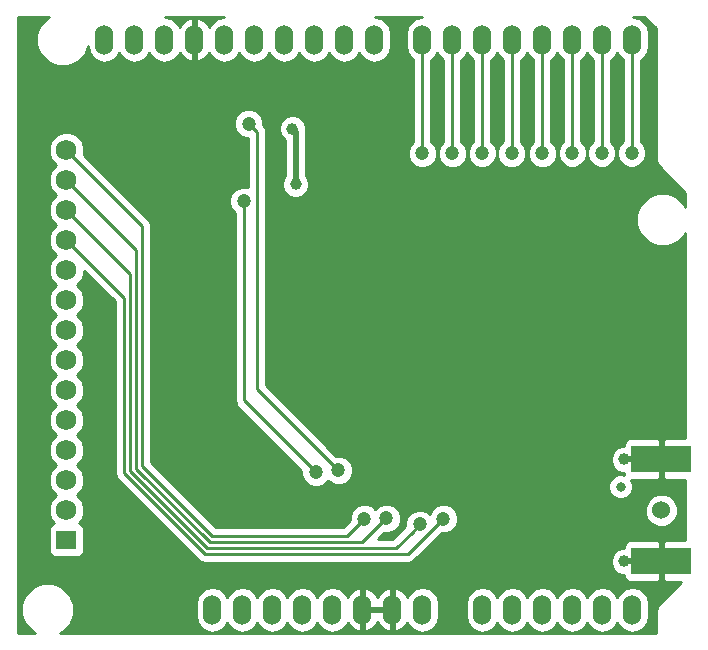
<source format=gbl>
%TF.GenerationSoftware,KiCad,Pcbnew,4.0.6-e0-6349~53~ubuntu16.04.1*%
%TF.CreationDate,2017-06-06T11:27:21+01:00*%
%TF.ProjectId,RN2483shield,524E32343833736869656C642E6B6963,rev?*%
%TF.FileFunction,Copper,L2,Bot,Signal*%
%FSLAX46Y46*%
G04 Gerber Fmt 4.6, Leading zero omitted, Abs format (unit mm)*
G04 Created by KiCad (PCBNEW 4.0.6-e0-6349~53~ubuntu16.04.1) date Tue Jun  6 11:27:21 2017*
%MOMM*%
%LPD*%
G01*
G04 APERTURE LIST*
%ADD10C,0.100000*%
%ADD11C,0.500000*%
%ADD12R,1.750000X1.650000*%
%ADD13C,1.750000*%
%ADD14O,1.524000X2.540000*%
%ADD15C,1.000000*%
%ADD16R,5.080000X2.286000*%
%ADD17C,1.524000*%
%ADD18C,0.800000*%
%ADD19C,1.200000*%
%ADD20C,0.250000*%
%ADD21C,0.254000*%
G04 APERTURE END LIST*
D10*
D11*
X211285000Y-89682000D02*
X212555000Y-89682000D01*
X211285000Y-98318000D02*
X212555000Y-98318000D01*
D12*
X164084000Y-96520000D03*
D13*
X164084000Y-93980000D03*
X164084000Y-91440000D03*
X164084000Y-88900000D03*
X164084000Y-86360000D03*
X164084000Y-83820000D03*
X164084000Y-81280000D03*
X164084000Y-78740000D03*
X164084000Y-76200000D03*
X164084000Y-73660000D03*
X164084000Y-71120000D03*
X164084000Y-68580000D03*
X164084000Y-66040000D03*
X164084000Y-63500000D03*
D14*
X212000000Y-102410000D03*
X209460000Y-102410000D03*
X206920000Y-102410000D03*
X199300000Y-102410000D03*
X201840000Y-102410000D03*
X204380000Y-102410000D03*
X194220000Y-102410000D03*
X191680000Y-102410000D03*
X189140000Y-102410000D03*
X184060000Y-102410000D03*
X181520000Y-102410000D03*
X212000000Y-54150000D03*
X209460000Y-54150000D03*
X206920000Y-54150000D03*
X204380000Y-54150000D03*
X201840000Y-54150000D03*
X199300000Y-54150000D03*
X196760000Y-54150000D03*
X194220000Y-54150000D03*
X190156000Y-54150000D03*
X187616000Y-54150000D03*
X185076000Y-54150000D03*
X182536000Y-54150000D03*
X179996000Y-54150000D03*
X177456000Y-54150000D03*
X174916000Y-54150000D03*
X172376000Y-54150000D03*
X186600000Y-102410000D03*
X169836000Y-54150000D03*
X167296000Y-54150000D03*
X178980000Y-102410000D03*
X176440000Y-102410000D03*
D15*
X211285000Y-89682000D03*
D16*
X214460000Y-98318000D03*
X214460000Y-89682000D03*
D15*
X211285000Y-98318000D03*
D17*
X214460000Y-94000000D03*
D18*
X211000000Y-92000000D03*
D15*
X174586900Y-80886300D03*
X174650400Y-74422000D03*
X184327800Y-80733900D03*
X209000000Y-99000000D03*
X207000000Y-99000000D03*
X205000000Y-99000000D03*
X205000000Y-97000000D03*
X207000000Y-97000000D03*
X209000000Y-97000000D03*
X209000000Y-95000000D03*
X207000000Y-95000000D03*
X205000000Y-95000000D03*
X205000000Y-93000000D03*
X207000000Y-93000000D03*
X207000000Y-91000000D03*
X207000000Y-87000000D03*
X207000000Y-89000000D03*
X205000000Y-89000000D03*
X205000000Y-91000000D03*
X203000000Y-91000000D03*
X201000000Y-91000000D03*
X201000000Y-89000000D03*
X203000000Y-89000000D03*
X203000000Y-87000000D03*
X201000000Y-87000000D03*
X201000000Y-85000000D03*
X203000000Y-85000000D03*
X203000000Y-83000000D03*
X201000000Y-83000000D03*
X201000000Y-81000000D03*
X203000000Y-81000000D03*
X203000000Y-79000000D03*
X201000000Y-79000000D03*
X201000000Y-77000000D03*
X203000000Y-77000000D03*
X205000000Y-77000000D03*
X207000000Y-77000000D03*
X209000000Y-77000000D03*
X215000000Y-77000000D03*
X211000000Y-77000000D03*
X213000000Y-77000000D03*
X215000000Y-79000000D03*
X213000000Y-79000000D03*
X213000000Y-81000000D03*
X215000000Y-81000000D03*
X215000000Y-83000000D03*
X213000000Y-83000000D03*
X213000000Y-85000000D03*
X215000000Y-85000000D03*
X215000000Y-87000000D03*
X213000000Y-87000000D03*
X211000000Y-87000000D03*
X211000000Y-85000000D03*
X211000000Y-83000000D03*
X211000000Y-81000000D03*
X211000000Y-79000000D03*
X209000000Y-79000000D03*
X209000000Y-81000000D03*
X209000000Y-83000000D03*
X207000000Y-83000000D03*
X207000000Y-81000000D03*
X207100000Y-79000000D03*
X190700000Y-89900000D03*
X176500000Y-90600000D03*
D19*
X196000000Y-94700000D03*
X194000000Y-95200000D03*
X191155155Y-94680208D03*
X189300000Y-94700000D03*
X194200000Y-63775000D03*
X196750000Y-63775000D03*
X199275000Y-63775000D03*
X201775000Y-63775000D03*
X204375000Y-63775000D03*
X206900000Y-63750000D03*
X209400000Y-63750000D03*
X211925000Y-63750000D03*
D15*
X183200000Y-61700000D03*
X183500000Y-66400000D03*
D19*
X179500000Y-61254517D03*
X187100000Y-90600000D03*
X179100000Y-67827093D03*
X185200000Y-90800000D03*
D11*
X174650400Y-74422000D02*
X174650400Y-80822800D01*
X174650400Y-80822800D02*
X174586900Y-80886300D01*
X184327800Y-80733900D02*
X184696100Y-80365600D01*
X184696100Y-80365600D02*
X184797700Y-80365600D01*
X207000000Y-99000000D02*
X209000000Y-99000000D01*
X207000000Y-97000000D02*
X205000000Y-97000000D01*
X207000000Y-95000000D02*
X209000000Y-95000000D01*
X205000000Y-93000000D02*
X205000000Y-95000000D01*
X207000000Y-91000000D02*
X207000000Y-93000000D01*
X207000000Y-89000000D02*
X207000000Y-87000000D01*
X205000000Y-91000000D02*
X205000000Y-89000000D01*
X201000000Y-91000000D02*
X203000000Y-91000000D01*
X203000000Y-89000000D02*
X201000000Y-89000000D01*
X201000000Y-87000000D02*
X203000000Y-87000000D01*
X203000000Y-85000000D02*
X201000000Y-85000000D01*
X201000000Y-83000000D02*
X203000000Y-83000000D01*
X203000000Y-81000000D02*
X201000000Y-81000000D01*
X201000000Y-79000000D02*
X203000000Y-79000000D01*
X203000000Y-77000000D02*
X201000000Y-77000000D01*
X207000000Y-77000000D02*
X205000000Y-77000000D01*
X211000000Y-77000000D02*
X209000000Y-77000000D01*
X211000000Y-77000000D02*
X215000000Y-77000000D01*
X215000000Y-77000000D02*
X213000000Y-77000000D01*
X215000000Y-79000000D02*
X215000000Y-77000000D01*
X213000000Y-81000000D02*
X213000000Y-79000000D01*
X215000000Y-83000000D02*
X215000000Y-81000000D01*
X213000000Y-85000000D02*
X213000000Y-83000000D01*
X215000000Y-87000000D02*
X215000000Y-85000000D01*
X211000000Y-87000000D02*
X213000000Y-87000000D01*
X211000000Y-83000000D02*
X211000000Y-85000000D01*
X211000000Y-79000000D02*
X211000000Y-81000000D01*
X209000000Y-81000000D02*
X209000000Y-79000000D01*
X207000000Y-83000000D02*
X209000000Y-83000000D01*
X207100000Y-79000000D02*
X207100000Y-80900000D01*
X207100000Y-80900000D02*
X207000000Y-81000000D01*
X176500000Y-90600000D02*
X176600000Y-90700000D01*
X176600000Y-90700000D02*
X177000000Y-90700000D01*
D20*
X195400001Y-95299999D02*
X196000000Y-94700000D01*
X188425590Y-97712747D02*
X188432001Y-97706336D01*
X175792125Y-97712747D02*
X188425590Y-97712747D01*
X168960317Y-90880939D02*
X175792125Y-97712747D01*
X168960317Y-75996317D02*
X168960317Y-90880939D01*
X164084000Y-71120000D02*
X168960317Y-75996317D01*
X192993664Y-97706336D02*
X195400001Y-95299999D01*
X188432001Y-97706336D02*
X192993664Y-97706336D01*
X193400001Y-95799999D02*
X194000000Y-95200000D01*
X188216822Y-97208736D02*
X188223233Y-97202325D01*
X169464328Y-90672171D02*
X176000893Y-97208736D01*
X188223233Y-97202325D02*
X191997675Y-97202325D01*
X191997675Y-97202325D02*
X193400001Y-95799999D01*
X164084000Y-68580000D02*
X169464328Y-73960328D01*
X176000893Y-97208736D02*
X188216822Y-97208736D01*
X169464328Y-73960328D02*
X169464328Y-90672171D01*
X190555156Y-95280207D02*
X191155155Y-94680208D01*
X188014465Y-96698314D02*
X189137049Y-96698314D01*
X188008054Y-96704725D02*
X188014465Y-96698314D01*
X176209661Y-96704725D02*
X188008054Y-96704725D01*
X169968339Y-90463403D02*
X176209661Y-96704725D01*
X169968339Y-71924339D02*
X169968339Y-90463403D01*
X164084000Y-66040000D02*
X169968339Y-71924339D01*
X189137049Y-96698314D02*
X190555156Y-95280207D01*
X176418429Y-96200714D02*
X187799286Y-96200714D01*
X164084000Y-63500000D02*
X170472350Y-69888350D01*
X170472350Y-69888350D02*
X170472350Y-90254635D01*
X170472350Y-90254635D02*
X176418429Y-96200714D01*
X187799286Y-96200714D02*
X189300000Y-94700000D01*
X194200000Y-63775000D02*
X194200000Y-54170000D01*
X194200000Y-54170000D02*
X194220000Y-54150000D01*
X196750000Y-63775000D02*
X196760000Y-63765000D01*
X196760000Y-63765000D02*
X196760000Y-54150000D01*
X199275000Y-63775000D02*
X199300000Y-63750000D01*
X199300000Y-63750000D02*
X199300000Y-54150000D01*
X201840000Y-63710000D02*
X201840000Y-54150000D01*
X201775000Y-63775000D02*
X201840000Y-63710000D01*
X204375000Y-63775000D02*
X204375000Y-54155000D01*
X204375000Y-54155000D02*
X204380000Y-54150000D01*
X206900000Y-63750000D02*
X206900000Y-54170000D01*
X206900000Y-54170000D02*
X206920000Y-54150000D01*
X209460000Y-63690000D02*
X209460000Y-54150000D01*
X209400000Y-63750000D02*
X209460000Y-63690000D01*
X211925000Y-63750000D02*
X211925000Y-54225000D01*
X211925000Y-54225000D02*
X212000000Y-54150000D01*
D11*
X183500000Y-66400000D02*
X183500000Y-62000000D01*
X183500000Y-62000000D02*
X183200000Y-61700000D01*
D20*
X180099999Y-61854516D02*
X179500000Y-61254517D01*
X180243800Y-83743800D02*
X180243800Y-61998317D01*
X180243800Y-61998317D02*
X180099999Y-61854516D01*
X187100000Y-90600000D02*
X180243800Y-83743800D01*
X179100000Y-68675621D02*
X179100000Y-67827093D01*
X179100000Y-84700000D02*
X179100000Y-68675621D01*
X185200000Y-90800000D02*
X179100000Y-84700000D01*
D21*
G36*
X162482700Y-52264758D02*
X161856955Y-52889411D01*
X161517887Y-53705978D01*
X161517115Y-54590143D01*
X161854758Y-55407300D01*
X162479411Y-56033045D01*
X163295978Y-56372113D01*
X164180143Y-56372885D01*
X164997300Y-56035242D01*
X165623045Y-55410589D01*
X165905818Y-54729596D01*
X166005340Y-55229930D01*
X166308172Y-55683149D01*
X166761391Y-55985981D01*
X167296000Y-56092321D01*
X167830609Y-55985981D01*
X168283828Y-55683149D01*
X168566000Y-55260850D01*
X168848172Y-55683149D01*
X169301391Y-55985981D01*
X169836000Y-56092321D01*
X170370609Y-55985981D01*
X170823828Y-55683149D01*
X171106000Y-55260850D01*
X171388172Y-55683149D01*
X171841391Y-55985981D01*
X172376000Y-56092321D01*
X172910609Y-55985981D01*
X173363828Y-55683149D01*
X173655330Y-55246887D01*
X173673941Y-55309941D01*
X174017974Y-55735630D01*
X174498723Y-55997260D01*
X174572930Y-56012220D01*
X174789000Y-55889720D01*
X174789000Y-54277000D01*
X174769000Y-54277000D01*
X174769000Y-54023000D01*
X174789000Y-54023000D01*
X174789000Y-52410280D01*
X174572930Y-52287780D01*
X174498723Y-52302740D01*
X174017974Y-52564370D01*
X173673941Y-52990059D01*
X173655330Y-53053113D01*
X173363828Y-52616851D01*
X172910609Y-52314019D01*
X172387668Y-52210000D01*
X177444332Y-52210000D01*
X176921391Y-52314019D01*
X176468172Y-52616851D01*
X176176670Y-53053113D01*
X176158059Y-52990059D01*
X175814026Y-52564370D01*
X175333277Y-52302740D01*
X175259070Y-52287780D01*
X175043000Y-52410280D01*
X175043000Y-54023000D01*
X175063000Y-54023000D01*
X175063000Y-54277000D01*
X175043000Y-54277000D01*
X175043000Y-55889720D01*
X175259070Y-56012220D01*
X175333277Y-55997260D01*
X175814026Y-55735630D01*
X176158059Y-55309941D01*
X176176670Y-55246887D01*
X176468172Y-55683149D01*
X176921391Y-55985981D01*
X177456000Y-56092321D01*
X177990609Y-55985981D01*
X178443828Y-55683149D01*
X178726000Y-55260850D01*
X179008172Y-55683149D01*
X179461391Y-55985981D01*
X179996000Y-56092321D01*
X180530609Y-55985981D01*
X180983828Y-55683149D01*
X181266000Y-55260850D01*
X181548172Y-55683149D01*
X182001391Y-55985981D01*
X182536000Y-56092321D01*
X183070609Y-55985981D01*
X183523828Y-55683149D01*
X183806000Y-55260850D01*
X184088172Y-55683149D01*
X184541391Y-55985981D01*
X185076000Y-56092321D01*
X185610609Y-55985981D01*
X186063828Y-55683149D01*
X186346000Y-55260850D01*
X186628172Y-55683149D01*
X187081391Y-55985981D01*
X187616000Y-56092321D01*
X188150609Y-55985981D01*
X188603828Y-55683149D01*
X188886000Y-55260850D01*
X189168172Y-55683149D01*
X189621391Y-55985981D01*
X190156000Y-56092321D01*
X190690609Y-55985981D01*
X191143828Y-55683149D01*
X191446660Y-55229930D01*
X191553000Y-54695321D01*
X191553000Y-53604679D01*
X191446660Y-53070070D01*
X191143828Y-52616851D01*
X190690609Y-52314019D01*
X190167668Y-52210000D01*
X194208332Y-52210000D01*
X193685391Y-52314019D01*
X193232172Y-52616851D01*
X192929340Y-53070070D01*
X192823000Y-53604679D01*
X192823000Y-54695321D01*
X192929340Y-55229930D01*
X193232172Y-55683149D01*
X193440000Y-55822016D01*
X193440000Y-62788644D01*
X193153629Y-63074515D01*
X192965215Y-63528266D01*
X192964786Y-64019579D01*
X193152408Y-64473657D01*
X193499515Y-64821371D01*
X193953266Y-65009785D01*
X194444579Y-65010214D01*
X194898657Y-64822592D01*
X195246371Y-64475485D01*
X195434785Y-64021734D01*
X195435214Y-63530421D01*
X195247592Y-63076343D01*
X194960000Y-62788248D01*
X194960000Y-55848743D01*
X195207828Y-55683149D01*
X195490000Y-55260850D01*
X195772172Y-55683149D01*
X196000000Y-55835379D01*
X196000000Y-62778661D01*
X195703629Y-63074515D01*
X195515215Y-63528266D01*
X195514786Y-64019579D01*
X195702408Y-64473657D01*
X196049515Y-64821371D01*
X196503266Y-65009785D01*
X196994579Y-65010214D01*
X197448657Y-64822592D01*
X197796371Y-64475485D01*
X197984785Y-64021734D01*
X197985214Y-63530421D01*
X197797592Y-63076343D01*
X197520000Y-62798266D01*
X197520000Y-55835379D01*
X197747828Y-55683149D01*
X198030000Y-55260850D01*
X198312172Y-55683149D01*
X198540000Y-55835379D01*
X198540000Y-62763688D01*
X198228629Y-63074515D01*
X198040215Y-63528266D01*
X198039786Y-64019579D01*
X198227408Y-64473657D01*
X198574515Y-64821371D01*
X199028266Y-65009785D01*
X199519579Y-65010214D01*
X199973657Y-64822592D01*
X200321371Y-64475485D01*
X200509785Y-64021734D01*
X200510214Y-63530421D01*
X200322592Y-63076343D01*
X200060000Y-62813292D01*
X200060000Y-55835379D01*
X200287828Y-55683149D01*
X200570000Y-55260850D01*
X200852172Y-55683149D01*
X201080000Y-55835379D01*
X201080000Y-62725897D01*
X201076343Y-62727408D01*
X200728629Y-63074515D01*
X200540215Y-63528266D01*
X200539786Y-64019579D01*
X200727408Y-64473657D01*
X201074515Y-64821371D01*
X201528266Y-65009785D01*
X202019579Y-65010214D01*
X202473657Y-64822592D01*
X202821371Y-64475485D01*
X203009785Y-64021734D01*
X203010214Y-63530421D01*
X202822592Y-63076343D01*
X202600000Y-62853362D01*
X202600000Y-55835379D01*
X202827828Y-55683149D01*
X203110000Y-55260850D01*
X203392172Y-55683149D01*
X203615000Y-55832038D01*
X203615000Y-62788644D01*
X203328629Y-63074515D01*
X203140215Y-63528266D01*
X203139786Y-64019579D01*
X203327408Y-64473657D01*
X203674515Y-64821371D01*
X204128266Y-65009785D01*
X204619579Y-65010214D01*
X205073657Y-64822592D01*
X205421371Y-64475485D01*
X205609785Y-64021734D01*
X205610214Y-63530421D01*
X205422592Y-63076343D01*
X205135000Y-62788248D01*
X205135000Y-55838720D01*
X205367828Y-55683149D01*
X205650000Y-55260850D01*
X205932172Y-55683149D01*
X206140000Y-55822016D01*
X206140000Y-62763644D01*
X205853629Y-63049515D01*
X205665215Y-63503266D01*
X205664786Y-63994579D01*
X205852408Y-64448657D01*
X206199515Y-64796371D01*
X206653266Y-64984785D01*
X207144579Y-64985214D01*
X207598657Y-64797592D01*
X207946371Y-64450485D01*
X208134785Y-63996734D01*
X208135214Y-63505421D01*
X207947592Y-63051343D01*
X207660000Y-62763248D01*
X207660000Y-55848743D01*
X207907828Y-55683149D01*
X208190000Y-55260850D01*
X208472172Y-55683149D01*
X208700000Y-55835379D01*
X208700000Y-62703749D01*
X208353629Y-63049515D01*
X208165215Y-63503266D01*
X208164786Y-63994579D01*
X208352408Y-64448657D01*
X208699515Y-64796371D01*
X209153266Y-64984785D01*
X209644579Y-64985214D01*
X210098657Y-64797592D01*
X210446371Y-64450485D01*
X210634785Y-63996734D01*
X210635214Y-63505421D01*
X210447592Y-63051343D01*
X210220000Y-62823353D01*
X210220000Y-55835379D01*
X210447828Y-55683149D01*
X210730000Y-55260850D01*
X211012172Y-55683149D01*
X211165000Y-55785266D01*
X211165000Y-62763644D01*
X210878629Y-63049515D01*
X210690215Y-63503266D01*
X210689786Y-63994579D01*
X210877408Y-64448657D01*
X211224515Y-64796371D01*
X211678266Y-64984785D01*
X212169579Y-64985214D01*
X212623657Y-64797592D01*
X212971371Y-64450485D01*
X213159785Y-63996734D01*
X213160214Y-63505421D01*
X212972592Y-63051343D01*
X212685000Y-62763248D01*
X212685000Y-55885493D01*
X212987828Y-55683149D01*
X213290660Y-55229930D01*
X213397000Y-54695321D01*
X213397000Y-53604679D01*
X213290660Y-53070070D01*
X212987828Y-52616851D01*
X212534609Y-52314019D01*
X212011668Y-52210000D01*
X213005908Y-52210000D01*
X213990000Y-53194092D01*
X213990000Y-64300000D01*
X214044046Y-64571705D01*
X214197954Y-64802046D01*
X216490000Y-67094092D01*
X216490000Y-68289426D01*
X216425242Y-68132700D01*
X215800589Y-67506955D01*
X214984022Y-67167887D01*
X214099857Y-67167115D01*
X213282700Y-67504758D01*
X212656955Y-68129411D01*
X212317887Y-68945978D01*
X212317115Y-69830143D01*
X212654758Y-70647300D01*
X213279411Y-71273045D01*
X214095978Y-71612113D01*
X214980143Y-71612885D01*
X215797300Y-71275242D01*
X216423045Y-70650589D01*
X216490000Y-70489343D01*
X216490000Y-87904000D01*
X214745750Y-87904000D01*
X214587000Y-88062750D01*
X214587000Y-89555000D01*
X214607000Y-89555000D01*
X214607000Y-89809000D01*
X214587000Y-89809000D01*
X214587000Y-91301250D01*
X214745750Y-91460000D01*
X216490000Y-91460000D01*
X216490000Y-96540000D01*
X214745750Y-96540000D01*
X214587000Y-96698750D01*
X214587000Y-98191000D01*
X214607000Y-98191000D01*
X214607000Y-98445000D01*
X214587000Y-98445000D01*
X214587000Y-99937250D01*
X214745750Y-100096000D01*
X216099908Y-100096000D01*
X214197954Y-101997954D01*
X214044046Y-102228295D01*
X213990000Y-102500000D01*
X213990000Y-104390000D01*
X163497969Y-104390000D01*
X163727300Y-104295242D01*
X164353045Y-103670589D01*
X164692113Y-102854022D01*
X164692885Y-101969857D01*
X164649427Y-101864679D01*
X175043000Y-101864679D01*
X175043000Y-102955321D01*
X175149340Y-103489930D01*
X175452172Y-103943149D01*
X175905391Y-104245981D01*
X176440000Y-104352321D01*
X176974609Y-104245981D01*
X177427828Y-103943149D01*
X177710000Y-103520850D01*
X177992172Y-103943149D01*
X178445391Y-104245981D01*
X178980000Y-104352321D01*
X179514609Y-104245981D01*
X179967828Y-103943149D01*
X180250000Y-103520850D01*
X180532172Y-103943149D01*
X180985391Y-104245981D01*
X181520000Y-104352321D01*
X182054609Y-104245981D01*
X182507828Y-103943149D01*
X182790000Y-103520850D01*
X183072172Y-103943149D01*
X183525391Y-104245981D01*
X184060000Y-104352321D01*
X184594609Y-104245981D01*
X185047828Y-103943149D01*
X185330000Y-103520850D01*
X185612172Y-103943149D01*
X186065391Y-104245981D01*
X186600000Y-104352321D01*
X187134609Y-104245981D01*
X187587828Y-103943149D01*
X187879330Y-103506887D01*
X187897941Y-103569941D01*
X188241974Y-103995630D01*
X188722723Y-104257260D01*
X188796930Y-104272220D01*
X189013000Y-104149720D01*
X189013000Y-102537000D01*
X189267000Y-102537000D01*
X189267000Y-104149720D01*
X189483070Y-104272220D01*
X189557277Y-104257260D01*
X190038026Y-103995630D01*
X190382059Y-103569941D01*
X190410000Y-103475277D01*
X190437941Y-103569941D01*
X190781974Y-103995630D01*
X191262723Y-104257260D01*
X191336930Y-104272220D01*
X191553000Y-104149720D01*
X191553000Y-102537000D01*
X189267000Y-102537000D01*
X189013000Y-102537000D01*
X188993000Y-102537000D01*
X188993000Y-102283000D01*
X189013000Y-102283000D01*
X189013000Y-100670280D01*
X189267000Y-100670280D01*
X189267000Y-102283000D01*
X191553000Y-102283000D01*
X191553000Y-100670280D01*
X191807000Y-100670280D01*
X191807000Y-102283000D01*
X191827000Y-102283000D01*
X191827000Y-102537000D01*
X191807000Y-102537000D01*
X191807000Y-104149720D01*
X192023070Y-104272220D01*
X192097277Y-104257260D01*
X192578026Y-103995630D01*
X192922059Y-103569941D01*
X192940670Y-103506887D01*
X193232172Y-103943149D01*
X193685391Y-104245981D01*
X194220000Y-104352321D01*
X194754609Y-104245981D01*
X195207828Y-103943149D01*
X195510660Y-103489930D01*
X195617000Y-102955321D01*
X195617000Y-101864679D01*
X197903000Y-101864679D01*
X197903000Y-102955321D01*
X198009340Y-103489930D01*
X198312172Y-103943149D01*
X198765391Y-104245981D01*
X199300000Y-104352321D01*
X199834609Y-104245981D01*
X200287828Y-103943149D01*
X200570000Y-103520850D01*
X200852172Y-103943149D01*
X201305391Y-104245981D01*
X201840000Y-104352321D01*
X202374609Y-104245981D01*
X202827828Y-103943149D01*
X203110000Y-103520850D01*
X203392172Y-103943149D01*
X203845391Y-104245981D01*
X204380000Y-104352321D01*
X204914609Y-104245981D01*
X205367828Y-103943149D01*
X205650000Y-103520850D01*
X205932172Y-103943149D01*
X206385391Y-104245981D01*
X206920000Y-104352321D01*
X207454609Y-104245981D01*
X207907828Y-103943149D01*
X208190000Y-103520850D01*
X208472172Y-103943149D01*
X208925391Y-104245981D01*
X209460000Y-104352321D01*
X209994609Y-104245981D01*
X210447828Y-103943149D01*
X210730000Y-103520850D01*
X211012172Y-103943149D01*
X211465391Y-104245981D01*
X212000000Y-104352321D01*
X212534609Y-104245981D01*
X212987828Y-103943149D01*
X213290660Y-103489930D01*
X213397000Y-102955321D01*
X213397000Y-101864679D01*
X213290660Y-101330070D01*
X212987828Y-100876851D01*
X212534609Y-100574019D01*
X212000000Y-100467679D01*
X211465391Y-100574019D01*
X211012172Y-100876851D01*
X210730000Y-101299150D01*
X210447828Y-100876851D01*
X209994609Y-100574019D01*
X209460000Y-100467679D01*
X208925391Y-100574019D01*
X208472172Y-100876851D01*
X208190000Y-101299150D01*
X207907828Y-100876851D01*
X207454609Y-100574019D01*
X206920000Y-100467679D01*
X206385391Y-100574019D01*
X205932172Y-100876851D01*
X205650000Y-101299150D01*
X205367828Y-100876851D01*
X204914609Y-100574019D01*
X204380000Y-100467679D01*
X203845391Y-100574019D01*
X203392172Y-100876851D01*
X203110000Y-101299150D01*
X202827828Y-100876851D01*
X202374609Y-100574019D01*
X201840000Y-100467679D01*
X201305391Y-100574019D01*
X200852172Y-100876851D01*
X200570000Y-101299150D01*
X200287828Y-100876851D01*
X199834609Y-100574019D01*
X199300000Y-100467679D01*
X198765391Y-100574019D01*
X198312172Y-100876851D01*
X198009340Y-101330070D01*
X197903000Y-101864679D01*
X195617000Y-101864679D01*
X195510660Y-101330070D01*
X195207828Y-100876851D01*
X194754609Y-100574019D01*
X194220000Y-100467679D01*
X193685391Y-100574019D01*
X193232172Y-100876851D01*
X192940670Y-101313113D01*
X192922059Y-101250059D01*
X192578026Y-100824370D01*
X192097277Y-100562740D01*
X192023070Y-100547780D01*
X191807000Y-100670280D01*
X191553000Y-100670280D01*
X191336930Y-100547780D01*
X191262723Y-100562740D01*
X190781974Y-100824370D01*
X190437941Y-101250059D01*
X190410000Y-101344723D01*
X190382059Y-101250059D01*
X190038026Y-100824370D01*
X189557277Y-100562740D01*
X189483070Y-100547780D01*
X189267000Y-100670280D01*
X189013000Y-100670280D01*
X188796930Y-100547780D01*
X188722723Y-100562740D01*
X188241974Y-100824370D01*
X187897941Y-101250059D01*
X187879330Y-101313113D01*
X187587828Y-100876851D01*
X187134609Y-100574019D01*
X186600000Y-100467679D01*
X186065391Y-100574019D01*
X185612172Y-100876851D01*
X185330000Y-101299150D01*
X185047828Y-100876851D01*
X184594609Y-100574019D01*
X184060000Y-100467679D01*
X183525391Y-100574019D01*
X183072172Y-100876851D01*
X182790000Y-101299150D01*
X182507828Y-100876851D01*
X182054609Y-100574019D01*
X181520000Y-100467679D01*
X180985391Y-100574019D01*
X180532172Y-100876851D01*
X180250000Y-101299150D01*
X179967828Y-100876851D01*
X179514609Y-100574019D01*
X178980000Y-100467679D01*
X178445391Y-100574019D01*
X177992172Y-100876851D01*
X177710000Y-101299150D01*
X177427828Y-100876851D01*
X176974609Y-100574019D01*
X176440000Y-100467679D01*
X175905391Y-100574019D01*
X175452172Y-100876851D01*
X175149340Y-101330070D01*
X175043000Y-101864679D01*
X164649427Y-101864679D01*
X164355242Y-101152700D01*
X163730589Y-100526955D01*
X162914022Y-100187887D01*
X162029857Y-100187115D01*
X161212700Y-100524758D01*
X160586955Y-101149411D01*
X160247887Y-101965978D01*
X160247115Y-102850143D01*
X160584758Y-103667300D01*
X161209411Y-104293045D01*
X161442905Y-104390000D01*
X160010000Y-104390000D01*
X160010000Y-98542775D01*
X210149803Y-98542775D01*
X210322233Y-98960086D01*
X210641235Y-99279645D01*
X211058244Y-99452803D01*
X211285000Y-99453001D01*
X211285000Y-99587309D01*
X211381673Y-99820698D01*
X211560301Y-99999327D01*
X211793690Y-100096000D01*
X214174250Y-100096000D01*
X214333000Y-99937250D01*
X214333000Y-98445000D01*
X214313000Y-98445000D01*
X214313000Y-98191000D01*
X214333000Y-98191000D01*
X214333000Y-96698750D01*
X214174250Y-96540000D01*
X211793690Y-96540000D01*
X211560301Y-96636673D01*
X211381673Y-96815302D01*
X211285000Y-97048691D01*
X211285000Y-97182999D01*
X211060225Y-97182803D01*
X210642914Y-97355233D01*
X210323355Y-97674235D01*
X210150197Y-98091244D01*
X210149803Y-98542775D01*
X160010000Y-98542775D01*
X160010000Y-95695000D01*
X162561560Y-95695000D01*
X162561560Y-97345000D01*
X162605838Y-97580317D01*
X162744910Y-97796441D01*
X162957110Y-97941431D01*
X163209000Y-97992440D01*
X164959000Y-97992440D01*
X165194317Y-97948162D01*
X165410441Y-97809090D01*
X165555431Y-97596890D01*
X165606440Y-97345000D01*
X165606440Y-95695000D01*
X165562162Y-95459683D01*
X165423090Y-95243559D01*
X165210890Y-95098569D01*
X165119371Y-95080036D01*
X165363370Y-94836463D01*
X165593738Y-94281675D01*
X165594262Y-93680960D01*
X165364862Y-93125771D01*
X164949464Y-92709647D01*
X165363370Y-92296463D01*
X165593738Y-91741675D01*
X165594262Y-91140960D01*
X165364862Y-90585771D01*
X164949464Y-90169647D01*
X165363370Y-89756463D01*
X165593738Y-89201675D01*
X165594262Y-88600960D01*
X165364862Y-88045771D01*
X164949464Y-87629647D01*
X165363370Y-87216463D01*
X165593738Y-86661675D01*
X165594262Y-86060960D01*
X165364862Y-85505771D01*
X164949464Y-85089647D01*
X165363370Y-84676463D01*
X165593738Y-84121675D01*
X165594262Y-83520960D01*
X165364862Y-82965771D01*
X164949464Y-82549647D01*
X165363370Y-82136463D01*
X165593738Y-81581675D01*
X165594262Y-80980960D01*
X165364862Y-80425771D01*
X164949464Y-80009647D01*
X165363370Y-79596463D01*
X165593738Y-79041675D01*
X165594262Y-78440960D01*
X165364862Y-77885771D01*
X164949464Y-77469647D01*
X165363370Y-77056463D01*
X165593738Y-76501675D01*
X165594262Y-75900960D01*
X165364862Y-75345771D01*
X164949464Y-74929647D01*
X165363370Y-74516463D01*
X165593738Y-73961675D01*
X165593962Y-73704764D01*
X168200317Y-76311119D01*
X168200317Y-90880939D01*
X168258169Y-91171778D01*
X168422916Y-91418340D01*
X175254724Y-98250148D01*
X175501286Y-98414895D01*
X175792125Y-98472747D01*
X188425590Y-98472747D01*
X188457820Y-98466336D01*
X192993664Y-98466336D01*
X193284503Y-98408484D01*
X193531065Y-98243737D01*
X195839941Y-95934861D01*
X196244579Y-95935214D01*
X196698657Y-95747592D01*
X197046371Y-95400485D01*
X197234785Y-94946734D01*
X197235214Y-94455421D01*
X197161352Y-94276661D01*
X213062758Y-94276661D01*
X213274990Y-94790303D01*
X213667630Y-95183629D01*
X214180900Y-95396757D01*
X214736661Y-95397242D01*
X215250303Y-95185010D01*
X215643629Y-94792370D01*
X215856757Y-94279100D01*
X215857242Y-93723339D01*
X215645010Y-93209697D01*
X215252370Y-92816371D01*
X214739100Y-92603243D01*
X214183339Y-92602758D01*
X213669697Y-92814990D01*
X213276371Y-93207630D01*
X213063243Y-93720900D01*
X213062758Y-94276661D01*
X197161352Y-94276661D01*
X197047592Y-94001343D01*
X196700485Y-93653629D01*
X196246734Y-93465215D01*
X195755421Y-93464786D01*
X195301343Y-93652408D01*
X194953629Y-93999515D01*
X194834069Y-94287447D01*
X194700485Y-94153629D01*
X194246734Y-93965215D01*
X193755421Y-93964786D01*
X193301343Y-94152408D01*
X192953629Y-94499515D01*
X192765215Y-94953266D01*
X192764860Y-95360338D01*
X191682873Y-96442325D01*
X190467840Y-96442325D01*
X190995096Y-95915069D01*
X191399734Y-95915422D01*
X191853812Y-95727800D01*
X192201526Y-95380693D01*
X192389940Y-94926942D01*
X192390369Y-94435629D01*
X192202747Y-93981551D01*
X191855640Y-93633837D01*
X191401889Y-93445423D01*
X190910576Y-93444994D01*
X190456498Y-93632616D01*
X190217587Y-93871110D01*
X190000485Y-93653629D01*
X189546734Y-93465215D01*
X189055421Y-93464786D01*
X188601343Y-93652408D01*
X188253629Y-93999515D01*
X188065215Y-94453266D01*
X188064860Y-94860338D01*
X187484484Y-95440714D01*
X176733231Y-95440714D01*
X173497488Y-92204971D01*
X209964821Y-92204971D01*
X210122058Y-92585515D01*
X210412954Y-92876919D01*
X210793223Y-93034820D01*
X211204971Y-93035179D01*
X211585515Y-92877942D01*
X211876919Y-92587046D01*
X212034820Y-92206777D01*
X212035179Y-91795029D01*
X211896748Y-91460000D01*
X214174250Y-91460000D01*
X214333000Y-91301250D01*
X214333000Y-89809000D01*
X214313000Y-89809000D01*
X214313000Y-89555000D01*
X214333000Y-89555000D01*
X214333000Y-88062750D01*
X214174250Y-87904000D01*
X211793690Y-87904000D01*
X211560301Y-88000673D01*
X211381673Y-88179302D01*
X211285000Y-88412691D01*
X211285000Y-88546999D01*
X211060225Y-88546803D01*
X210642914Y-88719233D01*
X210323355Y-89038235D01*
X210150197Y-89455244D01*
X210149803Y-89906775D01*
X210322233Y-90324086D01*
X210641235Y-90643645D01*
X211058244Y-90816803D01*
X211285000Y-90817001D01*
X211285000Y-90951309D01*
X211308188Y-91007289D01*
X211206777Y-90965180D01*
X210795029Y-90964821D01*
X210414485Y-91122058D01*
X210123081Y-91412954D01*
X209965180Y-91793223D01*
X209964821Y-92204971D01*
X173497488Y-92204971D01*
X171232350Y-89939833D01*
X171232350Y-69888350D01*
X171220772Y-69830143D01*
X171174498Y-69597510D01*
X171009751Y-69350949D01*
X169730474Y-68071672D01*
X177864786Y-68071672D01*
X178052408Y-68525750D01*
X178340000Y-68813845D01*
X178340000Y-84700000D01*
X178397852Y-84990839D01*
X178562599Y-85237401D01*
X183965139Y-90639941D01*
X183964786Y-91044579D01*
X184152408Y-91498657D01*
X184499515Y-91846371D01*
X184953266Y-92034785D01*
X185444579Y-92035214D01*
X185898657Y-91847592D01*
X186246371Y-91500485D01*
X186248578Y-91495170D01*
X186399515Y-91646371D01*
X186853266Y-91834785D01*
X187344579Y-91835214D01*
X187798657Y-91647592D01*
X188146371Y-91300485D01*
X188334785Y-90846734D01*
X188335214Y-90355421D01*
X188147592Y-89901343D01*
X187800485Y-89553629D01*
X187346734Y-89365215D01*
X186939662Y-89364860D01*
X181003800Y-83428998D01*
X181003800Y-61998317D01*
X180989566Y-61926756D01*
X180989172Y-61924775D01*
X182064803Y-61924775D01*
X182237233Y-62342086D01*
X182556235Y-62661645D01*
X182615000Y-62686046D01*
X182615000Y-65679724D01*
X182538355Y-65756235D01*
X182365197Y-66173244D01*
X182364803Y-66624775D01*
X182537233Y-67042086D01*
X182856235Y-67361645D01*
X183273244Y-67534803D01*
X183724775Y-67535197D01*
X184142086Y-67362767D01*
X184461645Y-67043765D01*
X184634803Y-66626756D01*
X184635197Y-66175225D01*
X184462767Y-65757914D01*
X184385000Y-65680011D01*
X184385000Y-62000005D01*
X184385001Y-62000000D01*
X184334959Y-61748426D01*
X184335197Y-61475225D01*
X184162767Y-61057914D01*
X183843765Y-60738355D01*
X183426756Y-60565197D01*
X182975225Y-60564803D01*
X182557914Y-60737233D01*
X182238355Y-61056235D01*
X182065197Y-61473244D01*
X182064803Y-61924775D01*
X180989172Y-61924775D01*
X180945948Y-61707477D01*
X180781201Y-61460916D01*
X180734861Y-61414576D01*
X180735214Y-61009938D01*
X180547592Y-60555860D01*
X180200485Y-60208146D01*
X179746734Y-60019732D01*
X179255421Y-60019303D01*
X178801343Y-60206925D01*
X178453629Y-60554032D01*
X178265215Y-61007783D01*
X178264786Y-61499096D01*
X178452408Y-61953174D01*
X178799515Y-62300888D01*
X179253266Y-62489302D01*
X179483800Y-62489503D01*
X179483800Y-66649223D01*
X179346734Y-66592308D01*
X178855421Y-66591879D01*
X178401343Y-66779501D01*
X178053629Y-67126608D01*
X177865215Y-67580359D01*
X177864786Y-68071672D01*
X169730474Y-68071672D01*
X165554639Y-63895837D01*
X165593738Y-63801675D01*
X165594262Y-63200960D01*
X165364862Y-62645771D01*
X164940463Y-62220630D01*
X164385675Y-61990262D01*
X163784960Y-61989738D01*
X163229771Y-62219138D01*
X162804630Y-62643537D01*
X162574262Y-63198325D01*
X162573738Y-63799040D01*
X162803138Y-64354229D01*
X163218536Y-64770353D01*
X162804630Y-65183537D01*
X162574262Y-65738325D01*
X162573738Y-66339040D01*
X162803138Y-66894229D01*
X163218536Y-67310353D01*
X162804630Y-67723537D01*
X162574262Y-68278325D01*
X162573738Y-68879040D01*
X162803138Y-69434229D01*
X163218536Y-69850353D01*
X162804630Y-70263537D01*
X162574262Y-70818325D01*
X162573738Y-71419040D01*
X162803138Y-71974229D01*
X163218536Y-72390353D01*
X162804630Y-72803537D01*
X162574262Y-73358325D01*
X162573738Y-73959040D01*
X162803138Y-74514229D01*
X163218536Y-74930353D01*
X162804630Y-75343537D01*
X162574262Y-75898325D01*
X162573738Y-76499040D01*
X162803138Y-77054229D01*
X163218536Y-77470353D01*
X162804630Y-77883537D01*
X162574262Y-78438325D01*
X162573738Y-79039040D01*
X162803138Y-79594229D01*
X163218536Y-80010353D01*
X162804630Y-80423537D01*
X162574262Y-80978325D01*
X162573738Y-81579040D01*
X162803138Y-82134229D01*
X163218536Y-82550353D01*
X162804630Y-82963537D01*
X162574262Y-83518325D01*
X162573738Y-84119040D01*
X162803138Y-84674229D01*
X163218536Y-85090353D01*
X162804630Y-85503537D01*
X162574262Y-86058325D01*
X162573738Y-86659040D01*
X162803138Y-87214229D01*
X163218536Y-87630353D01*
X162804630Y-88043537D01*
X162574262Y-88598325D01*
X162573738Y-89199040D01*
X162803138Y-89754229D01*
X163218536Y-90170353D01*
X162804630Y-90583537D01*
X162574262Y-91138325D01*
X162573738Y-91739040D01*
X162803138Y-92294229D01*
X163218536Y-92710353D01*
X162804630Y-93123537D01*
X162574262Y-93678325D01*
X162573738Y-94279040D01*
X162803138Y-94834229D01*
X163046601Y-95078118D01*
X162973683Y-95091838D01*
X162757559Y-95230910D01*
X162612569Y-95443110D01*
X162561560Y-95695000D01*
X160010000Y-95695000D01*
X160010000Y-52210000D01*
X162615224Y-52210000D01*
X162482700Y-52264758D01*
X162482700Y-52264758D01*
G37*
X162482700Y-52264758D02*
X161856955Y-52889411D01*
X161517887Y-53705978D01*
X161517115Y-54590143D01*
X161854758Y-55407300D01*
X162479411Y-56033045D01*
X163295978Y-56372113D01*
X164180143Y-56372885D01*
X164997300Y-56035242D01*
X165623045Y-55410589D01*
X165905818Y-54729596D01*
X166005340Y-55229930D01*
X166308172Y-55683149D01*
X166761391Y-55985981D01*
X167296000Y-56092321D01*
X167830609Y-55985981D01*
X168283828Y-55683149D01*
X168566000Y-55260850D01*
X168848172Y-55683149D01*
X169301391Y-55985981D01*
X169836000Y-56092321D01*
X170370609Y-55985981D01*
X170823828Y-55683149D01*
X171106000Y-55260850D01*
X171388172Y-55683149D01*
X171841391Y-55985981D01*
X172376000Y-56092321D01*
X172910609Y-55985981D01*
X173363828Y-55683149D01*
X173655330Y-55246887D01*
X173673941Y-55309941D01*
X174017974Y-55735630D01*
X174498723Y-55997260D01*
X174572930Y-56012220D01*
X174789000Y-55889720D01*
X174789000Y-54277000D01*
X174769000Y-54277000D01*
X174769000Y-54023000D01*
X174789000Y-54023000D01*
X174789000Y-52410280D01*
X174572930Y-52287780D01*
X174498723Y-52302740D01*
X174017974Y-52564370D01*
X173673941Y-52990059D01*
X173655330Y-53053113D01*
X173363828Y-52616851D01*
X172910609Y-52314019D01*
X172387668Y-52210000D01*
X177444332Y-52210000D01*
X176921391Y-52314019D01*
X176468172Y-52616851D01*
X176176670Y-53053113D01*
X176158059Y-52990059D01*
X175814026Y-52564370D01*
X175333277Y-52302740D01*
X175259070Y-52287780D01*
X175043000Y-52410280D01*
X175043000Y-54023000D01*
X175063000Y-54023000D01*
X175063000Y-54277000D01*
X175043000Y-54277000D01*
X175043000Y-55889720D01*
X175259070Y-56012220D01*
X175333277Y-55997260D01*
X175814026Y-55735630D01*
X176158059Y-55309941D01*
X176176670Y-55246887D01*
X176468172Y-55683149D01*
X176921391Y-55985981D01*
X177456000Y-56092321D01*
X177990609Y-55985981D01*
X178443828Y-55683149D01*
X178726000Y-55260850D01*
X179008172Y-55683149D01*
X179461391Y-55985981D01*
X179996000Y-56092321D01*
X180530609Y-55985981D01*
X180983828Y-55683149D01*
X181266000Y-55260850D01*
X181548172Y-55683149D01*
X182001391Y-55985981D01*
X182536000Y-56092321D01*
X183070609Y-55985981D01*
X183523828Y-55683149D01*
X183806000Y-55260850D01*
X184088172Y-55683149D01*
X184541391Y-55985981D01*
X185076000Y-56092321D01*
X185610609Y-55985981D01*
X186063828Y-55683149D01*
X186346000Y-55260850D01*
X186628172Y-55683149D01*
X187081391Y-55985981D01*
X187616000Y-56092321D01*
X188150609Y-55985981D01*
X188603828Y-55683149D01*
X188886000Y-55260850D01*
X189168172Y-55683149D01*
X189621391Y-55985981D01*
X190156000Y-56092321D01*
X190690609Y-55985981D01*
X191143828Y-55683149D01*
X191446660Y-55229930D01*
X191553000Y-54695321D01*
X191553000Y-53604679D01*
X191446660Y-53070070D01*
X191143828Y-52616851D01*
X190690609Y-52314019D01*
X190167668Y-52210000D01*
X194208332Y-52210000D01*
X193685391Y-52314019D01*
X193232172Y-52616851D01*
X192929340Y-53070070D01*
X192823000Y-53604679D01*
X192823000Y-54695321D01*
X192929340Y-55229930D01*
X193232172Y-55683149D01*
X193440000Y-55822016D01*
X193440000Y-62788644D01*
X193153629Y-63074515D01*
X192965215Y-63528266D01*
X192964786Y-64019579D01*
X193152408Y-64473657D01*
X193499515Y-64821371D01*
X193953266Y-65009785D01*
X194444579Y-65010214D01*
X194898657Y-64822592D01*
X195246371Y-64475485D01*
X195434785Y-64021734D01*
X195435214Y-63530421D01*
X195247592Y-63076343D01*
X194960000Y-62788248D01*
X194960000Y-55848743D01*
X195207828Y-55683149D01*
X195490000Y-55260850D01*
X195772172Y-55683149D01*
X196000000Y-55835379D01*
X196000000Y-62778661D01*
X195703629Y-63074515D01*
X195515215Y-63528266D01*
X195514786Y-64019579D01*
X195702408Y-64473657D01*
X196049515Y-64821371D01*
X196503266Y-65009785D01*
X196994579Y-65010214D01*
X197448657Y-64822592D01*
X197796371Y-64475485D01*
X197984785Y-64021734D01*
X197985214Y-63530421D01*
X197797592Y-63076343D01*
X197520000Y-62798266D01*
X197520000Y-55835379D01*
X197747828Y-55683149D01*
X198030000Y-55260850D01*
X198312172Y-55683149D01*
X198540000Y-55835379D01*
X198540000Y-62763688D01*
X198228629Y-63074515D01*
X198040215Y-63528266D01*
X198039786Y-64019579D01*
X198227408Y-64473657D01*
X198574515Y-64821371D01*
X199028266Y-65009785D01*
X199519579Y-65010214D01*
X199973657Y-64822592D01*
X200321371Y-64475485D01*
X200509785Y-64021734D01*
X200510214Y-63530421D01*
X200322592Y-63076343D01*
X200060000Y-62813292D01*
X200060000Y-55835379D01*
X200287828Y-55683149D01*
X200570000Y-55260850D01*
X200852172Y-55683149D01*
X201080000Y-55835379D01*
X201080000Y-62725897D01*
X201076343Y-62727408D01*
X200728629Y-63074515D01*
X200540215Y-63528266D01*
X200539786Y-64019579D01*
X200727408Y-64473657D01*
X201074515Y-64821371D01*
X201528266Y-65009785D01*
X202019579Y-65010214D01*
X202473657Y-64822592D01*
X202821371Y-64475485D01*
X203009785Y-64021734D01*
X203010214Y-63530421D01*
X202822592Y-63076343D01*
X202600000Y-62853362D01*
X202600000Y-55835379D01*
X202827828Y-55683149D01*
X203110000Y-55260850D01*
X203392172Y-55683149D01*
X203615000Y-55832038D01*
X203615000Y-62788644D01*
X203328629Y-63074515D01*
X203140215Y-63528266D01*
X203139786Y-64019579D01*
X203327408Y-64473657D01*
X203674515Y-64821371D01*
X204128266Y-65009785D01*
X204619579Y-65010214D01*
X205073657Y-64822592D01*
X205421371Y-64475485D01*
X205609785Y-64021734D01*
X205610214Y-63530421D01*
X205422592Y-63076343D01*
X205135000Y-62788248D01*
X205135000Y-55838720D01*
X205367828Y-55683149D01*
X205650000Y-55260850D01*
X205932172Y-55683149D01*
X206140000Y-55822016D01*
X206140000Y-62763644D01*
X205853629Y-63049515D01*
X205665215Y-63503266D01*
X205664786Y-63994579D01*
X205852408Y-64448657D01*
X206199515Y-64796371D01*
X206653266Y-64984785D01*
X207144579Y-64985214D01*
X207598657Y-64797592D01*
X207946371Y-64450485D01*
X208134785Y-63996734D01*
X208135214Y-63505421D01*
X207947592Y-63051343D01*
X207660000Y-62763248D01*
X207660000Y-55848743D01*
X207907828Y-55683149D01*
X208190000Y-55260850D01*
X208472172Y-55683149D01*
X208700000Y-55835379D01*
X208700000Y-62703749D01*
X208353629Y-63049515D01*
X208165215Y-63503266D01*
X208164786Y-63994579D01*
X208352408Y-64448657D01*
X208699515Y-64796371D01*
X209153266Y-64984785D01*
X209644579Y-64985214D01*
X210098657Y-64797592D01*
X210446371Y-64450485D01*
X210634785Y-63996734D01*
X210635214Y-63505421D01*
X210447592Y-63051343D01*
X210220000Y-62823353D01*
X210220000Y-55835379D01*
X210447828Y-55683149D01*
X210730000Y-55260850D01*
X211012172Y-55683149D01*
X211165000Y-55785266D01*
X211165000Y-62763644D01*
X210878629Y-63049515D01*
X210690215Y-63503266D01*
X210689786Y-63994579D01*
X210877408Y-64448657D01*
X211224515Y-64796371D01*
X211678266Y-64984785D01*
X212169579Y-64985214D01*
X212623657Y-64797592D01*
X212971371Y-64450485D01*
X213159785Y-63996734D01*
X213160214Y-63505421D01*
X212972592Y-63051343D01*
X212685000Y-62763248D01*
X212685000Y-55885493D01*
X212987828Y-55683149D01*
X213290660Y-55229930D01*
X213397000Y-54695321D01*
X213397000Y-53604679D01*
X213290660Y-53070070D01*
X212987828Y-52616851D01*
X212534609Y-52314019D01*
X212011668Y-52210000D01*
X213005908Y-52210000D01*
X213990000Y-53194092D01*
X213990000Y-64300000D01*
X214044046Y-64571705D01*
X214197954Y-64802046D01*
X216490000Y-67094092D01*
X216490000Y-68289426D01*
X216425242Y-68132700D01*
X215800589Y-67506955D01*
X214984022Y-67167887D01*
X214099857Y-67167115D01*
X213282700Y-67504758D01*
X212656955Y-68129411D01*
X212317887Y-68945978D01*
X212317115Y-69830143D01*
X212654758Y-70647300D01*
X213279411Y-71273045D01*
X214095978Y-71612113D01*
X214980143Y-71612885D01*
X215797300Y-71275242D01*
X216423045Y-70650589D01*
X216490000Y-70489343D01*
X216490000Y-87904000D01*
X214745750Y-87904000D01*
X214587000Y-88062750D01*
X214587000Y-89555000D01*
X214607000Y-89555000D01*
X214607000Y-89809000D01*
X214587000Y-89809000D01*
X214587000Y-91301250D01*
X214745750Y-91460000D01*
X216490000Y-91460000D01*
X216490000Y-96540000D01*
X214745750Y-96540000D01*
X214587000Y-96698750D01*
X214587000Y-98191000D01*
X214607000Y-98191000D01*
X214607000Y-98445000D01*
X214587000Y-98445000D01*
X214587000Y-99937250D01*
X214745750Y-100096000D01*
X216099908Y-100096000D01*
X214197954Y-101997954D01*
X214044046Y-102228295D01*
X213990000Y-102500000D01*
X213990000Y-104390000D01*
X163497969Y-104390000D01*
X163727300Y-104295242D01*
X164353045Y-103670589D01*
X164692113Y-102854022D01*
X164692885Y-101969857D01*
X164649427Y-101864679D01*
X175043000Y-101864679D01*
X175043000Y-102955321D01*
X175149340Y-103489930D01*
X175452172Y-103943149D01*
X175905391Y-104245981D01*
X176440000Y-104352321D01*
X176974609Y-104245981D01*
X177427828Y-103943149D01*
X177710000Y-103520850D01*
X177992172Y-103943149D01*
X178445391Y-104245981D01*
X178980000Y-104352321D01*
X179514609Y-104245981D01*
X179967828Y-103943149D01*
X180250000Y-103520850D01*
X180532172Y-103943149D01*
X180985391Y-104245981D01*
X181520000Y-104352321D01*
X182054609Y-104245981D01*
X182507828Y-103943149D01*
X182790000Y-103520850D01*
X183072172Y-103943149D01*
X183525391Y-104245981D01*
X184060000Y-104352321D01*
X184594609Y-104245981D01*
X185047828Y-103943149D01*
X185330000Y-103520850D01*
X185612172Y-103943149D01*
X186065391Y-104245981D01*
X186600000Y-104352321D01*
X187134609Y-104245981D01*
X187587828Y-103943149D01*
X187879330Y-103506887D01*
X187897941Y-103569941D01*
X188241974Y-103995630D01*
X188722723Y-104257260D01*
X188796930Y-104272220D01*
X189013000Y-104149720D01*
X189013000Y-102537000D01*
X189267000Y-102537000D01*
X189267000Y-104149720D01*
X189483070Y-104272220D01*
X189557277Y-104257260D01*
X190038026Y-103995630D01*
X190382059Y-103569941D01*
X190410000Y-103475277D01*
X190437941Y-103569941D01*
X190781974Y-103995630D01*
X191262723Y-104257260D01*
X191336930Y-104272220D01*
X191553000Y-104149720D01*
X191553000Y-102537000D01*
X189267000Y-102537000D01*
X189013000Y-102537000D01*
X188993000Y-102537000D01*
X188993000Y-102283000D01*
X189013000Y-102283000D01*
X189013000Y-100670280D01*
X189267000Y-100670280D01*
X189267000Y-102283000D01*
X191553000Y-102283000D01*
X191553000Y-100670280D01*
X191807000Y-100670280D01*
X191807000Y-102283000D01*
X191827000Y-102283000D01*
X191827000Y-102537000D01*
X191807000Y-102537000D01*
X191807000Y-104149720D01*
X192023070Y-104272220D01*
X192097277Y-104257260D01*
X192578026Y-103995630D01*
X192922059Y-103569941D01*
X192940670Y-103506887D01*
X193232172Y-103943149D01*
X193685391Y-104245981D01*
X194220000Y-104352321D01*
X194754609Y-104245981D01*
X195207828Y-103943149D01*
X195510660Y-103489930D01*
X195617000Y-102955321D01*
X195617000Y-101864679D01*
X197903000Y-101864679D01*
X197903000Y-102955321D01*
X198009340Y-103489930D01*
X198312172Y-103943149D01*
X198765391Y-104245981D01*
X199300000Y-104352321D01*
X199834609Y-104245981D01*
X200287828Y-103943149D01*
X200570000Y-103520850D01*
X200852172Y-103943149D01*
X201305391Y-104245981D01*
X201840000Y-104352321D01*
X202374609Y-104245981D01*
X202827828Y-103943149D01*
X203110000Y-103520850D01*
X203392172Y-103943149D01*
X203845391Y-104245981D01*
X204380000Y-104352321D01*
X204914609Y-104245981D01*
X205367828Y-103943149D01*
X205650000Y-103520850D01*
X205932172Y-103943149D01*
X206385391Y-104245981D01*
X206920000Y-104352321D01*
X207454609Y-104245981D01*
X207907828Y-103943149D01*
X208190000Y-103520850D01*
X208472172Y-103943149D01*
X208925391Y-104245981D01*
X209460000Y-104352321D01*
X209994609Y-104245981D01*
X210447828Y-103943149D01*
X210730000Y-103520850D01*
X211012172Y-103943149D01*
X211465391Y-104245981D01*
X212000000Y-104352321D01*
X212534609Y-104245981D01*
X212987828Y-103943149D01*
X213290660Y-103489930D01*
X213397000Y-102955321D01*
X213397000Y-101864679D01*
X213290660Y-101330070D01*
X212987828Y-100876851D01*
X212534609Y-100574019D01*
X212000000Y-100467679D01*
X211465391Y-100574019D01*
X211012172Y-100876851D01*
X210730000Y-101299150D01*
X210447828Y-100876851D01*
X209994609Y-100574019D01*
X209460000Y-100467679D01*
X208925391Y-100574019D01*
X208472172Y-100876851D01*
X208190000Y-101299150D01*
X207907828Y-100876851D01*
X207454609Y-100574019D01*
X206920000Y-100467679D01*
X206385391Y-100574019D01*
X205932172Y-100876851D01*
X205650000Y-101299150D01*
X205367828Y-100876851D01*
X204914609Y-100574019D01*
X204380000Y-100467679D01*
X203845391Y-100574019D01*
X203392172Y-100876851D01*
X203110000Y-101299150D01*
X202827828Y-100876851D01*
X202374609Y-100574019D01*
X201840000Y-100467679D01*
X201305391Y-100574019D01*
X200852172Y-100876851D01*
X200570000Y-101299150D01*
X200287828Y-100876851D01*
X199834609Y-100574019D01*
X199300000Y-100467679D01*
X198765391Y-100574019D01*
X198312172Y-100876851D01*
X198009340Y-101330070D01*
X197903000Y-101864679D01*
X195617000Y-101864679D01*
X195510660Y-101330070D01*
X195207828Y-100876851D01*
X194754609Y-100574019D01*
X194220000Y-100467679D01*
X193685391Y-100574019D01*
X193232172Y-100876851D01*
X192940670Y-101313113D01*
X192922059Y-101250059D01*
X192578026Y-100824370D01*
X192097277Y-100562740D01*
X192023070Y-100547780D01*
X191807000Y-100670280D01*
X191553000Y-100670280D01*
X191336930Y-100547780D01*
X191262723Y-100562740D01*
X190781974Y-100824370D01*
X190437941Y-101250059D01*
X190410000Y-101344723D01*
X190382059Y-101250059D01*
X190038026Y-100824370D01*
X189557277Y-100562740D01*
X189483070Y-100547780D01*
X189267000Y-100670280D01*
X189013000Y-100670280D01*
X188796930Y-100547780D01*
X188722723Y-100562740D01*
X188241974Y-100824370D01*
X187897941Y-101250059D01*
X187879330Y-101313113D01*
X187587828Y-100876851D01*
X187134609Y-100574019D01*
X186600000Y-100467679D01*
X186065391Y-100574019D01*
X185612172Y-100876851D01*
X185330000Y-101299150D01*
X185047828Y-100876851D01*
X184594609Y-100574019D01*
X184060000Y-100467679D01*
X183525391Y-100574019D01*
X183072172Y-100876851D01*
X182790000Y-101299150D01*
X182507828Y-100876851D01*
X182054609Y-100574019D01*
X181520000Y-100467679D01*
X180985391Y-100574019D01*
X180532172Y-100876851D01*
X180250000Y-101299150D01*
X179967828Y-100876851D01*
X179514609Y-100574019D01*
X178980000Y-100467679D01*
X178445391Y-100574019D01*
X177992172Y-100876851D01*
X177710000Y-101299150D01*
X177427828Y-100876851D01*
X176974609Y-100574019D01*
X176440000Y-100467679D01*
X175905391Y-100574019D01*
X175452172Y-100876851D01*
X175149340Y-101330070D01*
X175043000Y-101864679D01*
X164649427Y-101864679D01*
X164355242Y-101152700D01*
X163730589Y-100526955D01*
X162914022Y-100187887D01*
X162029857Y-100187115D01*
X161212700Y-100524758D01*
X160586955Y-101149411D01*
X160247887Y-101965978D01*
X160247115Y-102850143D01*
X160584758Y-103667300D01*
X161209411Y-104293045D01*
X161442905Y-104390000D01*
X160010000Y-104390000D01*
X160010000Y-98542775D01*
X210149803Y-98542775D01*
X210322233Y-98960086D01*
X210641235Y-99279645D01*
X211058244Y-99452803D01*
X211285000Y-99453001D01*
X211285000Y-99587309D01*
X211381673Y-99820698D01*
X211560301Y-99999327D01*
X211793690Y-100096000D01*
X214174250Y-100096000D01*
X214333000Y-99937250D01*
X214333000Y-98445000D01*
X214313000Y-98445000D01*
X214313000Y-98191000D01*
X214333000Y-98191000D01*
X214333000Y-96698750D01*
X214174250Y-96540000D01*
X211793690Y-96540000D01*
X211560301Y-96636673D01*
X211381673Y-96815302D01*
X211285000Y-97048691D01*
X211285000Y-97182999D01*
X211060225Y-97182803D01*
X210642914Y-97355233D01*
X210323355Y-97674235D01*
X210150197Y-98091244D01*
X210149803Y-98542775D01*
X160010000Y-98542775D01*
X160010000Y-95695000D01*
X162561560Y-95695000D01*
X162561560Y-97345000D01*
X162605838Y-97580317D01*
X162744910Y-97796441D01*
X162957110Y-97941431D01*
X163209000Y-97992440D01*
X164959000Y-97992440D01*
X165194317Y-97948162D01*
X165410441Y-97809090D01*
X165555431Y-97596890D01*
X165606440Y-97345000D01*
X165606440Y-95695000D01*
X165562162Y-95459683D01*
X165423090Y-95243559D01*
X165210890Y-95098569D01*
X165119371Y-95080036D01*
X165363370Y-94836463D01*
X165593738Y-94281675D01*
X165594262Y-93680960D01*
X165364862Y-93125771D01*
X164949464Y-92709647D01*
X165363370Y-92296463D01*
X165593738Y-91741675D01*
X165594262Y-91140960D01*
X165364862Y-90585771D01*
X164949464Y-90169647D01*
X165363370Y-89756463D01*
X165593738Y-89201675D01*
X165594262Y-88600960D01*
X165364862Y-88045771D01*
X164949464Y-87629647D01*
X165363370Y-87216463D01*
X165593738Y-86661675D01*
X165594262Y-86060960D01*
X165364862Y-85505771D01*
X164949464Y-85089647D01*
X165363370Y-84676463D01*
X165593738Y-84121675D01*
X165594262Y-83520960D01*
X165364862Y-82965771D01*
X164949464Y-82549647D01*
X165363370Y-82136463D01*
X165593738Y-81581675D01*
X165594262Y-80980960D01*
X165364862Y-80425771D01*
X164949464Y-80009647D01*
X165363370Y-79596463D01*
X165593738Y-79041675D01*
X165594262Y-78440960D01*
X165364862Y-77885771D01*
X164949464Y-77469647D01*
X165363370Y-77056463D01*
X165593738Y-76501675D01*
X165594262Y-75900960D01*
X165364862Y-75345771D01*
X164949464Y-74929647D01*
X165363370Y-74516463D01*
X165593738Y-73961675D01*
X165593962Y-73704764D01*
X168200317Y-76311119D01*
X168200317Y-90880939D01*
X168258169Y-91171778D01*
X168422916Y-91418340D01*
X175254724Y-98250148D01*
X175501286Y-98414895D01*
X175792125Y-98472747D01*
X188425590Y-98472747D01*
X188457820Y-98466336D01*
X192993664Y-98466336D01*
X193284503Y-98408484D01*
X193531065Y-98243737D01*
X195839941Y-95934861D01*
X196244579Y-95935214D01*
X196698657Y-95747592D01*
X197046371Y-95400485D01*
X197234785Y-94946734D01*
X197235214Y-94455421D01*
X197161352Y-94276661D01*
X213062758Y-94276661D01*
X213274990Y-94790303D01*
X213667630Y-95183629D01*
X214180900Y-95396757D01*
X214736661Y-95397242D01*
X215250303Y-95185010D01*
X215643629Y-94792370D01*
X215856757Y-94279100D01*
X215857242Y-93723339D01*
X215645010Y-93209697D01*
X215252370Y-92816371D01*
X214739100Y-92603243D01*
X214183339Y-92602758D01*
X213669697Y-92814990D01*
X213276371Y-93207630D01*
X213063243Y-93720900D01*
X213062758Y-94276661D01*
X197161352Y-94276661D01*
X197047592Y-94001343D01*
X196700485Y-93653629D01*
X196246734Y-93465215D01*
X195755421Y-93464786D01*
X195301343Y-93652408D01*
X194953629Y-93999515D01*
X194834069Y-94287447D01*
X194700485Y-94153629D01*
X194246734Y-93965215D01*
X193755421Y-93964786D01*
X193301343Y-94152408D01*
X192953629Y-94499515D01*
X192765215Y-94953266D01*
X192764860Y-95360338D01*
X191682873Y-96442325D01*
X190467840Y-96442325D01*
X190995096Y-95915069D01*
X191399734Y-95915422D01*
X191853812Y-95727800D01*
X192201526Y-95380693D01*
X192389940Y-94926942D01*
X192390369Y-94435629D01*
X192202747Y-93981551D01*
X191855640Y-93633837D01*
X191401889Y-93445423D01*
X190910576Y-93444994D01*
X190456498Y-93632616D01*
X190217587Y-93871110D01*
X190000485Y-93653629D01*
X189546734Y-93465215D01*
X189055421Y-93464786D01*
X188601343Y-93652408D01*
X188253629Y-93999515D01*
X188065215Y-94453266D01*
X188064860Y-94860338D01*
X187484484Y-95440714D01*
X176733231Y-95440714D01*
X173497488Y-92204971D01*
X209964821Y-92204971D01*
X210122058Y-92585515D01*
X210412954Y-92876919D01*
X210793223Y-93034820D01*
X211204971Y-93035179D01*
X211585515Y-92877942D01*
X211876919Y-92587046D01*
X212034820Y-92206777D01*
X212035179Y-91795029D01*
X211896748Y-91460000D01*
X214174250Y-91460000D01*
X214333000Y-91301250D01*
X214333000Y-89809000D01*
X214313000Y-89809000D01*
X214313000Y-89555000D01*
X214333000Y-89555000D01*
X214333000Y-88062750D01*
X214174250Y-87904000D01*
X211793690Y-87904000D01*
X211560301Y-88000673D01*
X211381673Y-88179302D01*
X211285000Y-88412691D01*
X211285000Y-88546999D01*
X211060225Y-88546803D01*
X210642914Y-88719233D01*
X210323355Y-89038235D01*
X210150197Y-89455244D01*
X210149803Y-89906775D01*
X210322233Y-90324086D01*
X210641235Y-90643645D01*
X211058244Y-90816803D01*
X211285000Y-90817001D01*
X211285000Y-90951309D01*
X211308188Y-91007289D01*
X211206777Y-90965180D01*
X210795029Y-90964821D01*
X210414485Y-91122058D01*
X210123081Y-91412954D01*
X209965180Y-91793223D01*
X209964821Y-92204971D01*
X173497488Y-92204971D01*
X171232350Y-89939833D01*
X171232350Y-69888350D01*
X171220772Y-69830143D01*
X171174498Y-69597510D01*
X171009751Y-69350949D01*
X169730474Y-68071672D01*
X177864786Y-68071672D01*
X178052408Y-68525750D01*
X178340000Y-68813845D01*
X178340000Y-84700000D01*
X178397852Y-84990839D01*
X178562599Y-85237401D01*
X183965139Y-90639941D01*
X183964786Y-91044579D01*
X184152408Y-91498657D01*
X184499515Y-91846371D01*
X184953266Y-92034785D01*
X185444579Y-92035214D01*
X185898657Y-91847592D01*
X186246371Y-91500485D01*
X186248578Y-91495170D01*
X186399515Y-91646371D01*
X186853266Y-91834785D01*
X187344579Y-91835214D01*
X187798657Y-91647592D01*
X188146371Y-91300485D01*
X188334785Y-90846734D01*
X188335214Y-90355421D01*
X188147592Y-89901343D01*
X187800485Y-89553629D01*
X187346734Y-89365215D01*
X186939662Y-89364860D01*
X181003800Y-83428998D01*
X181003800Y-61998317D01*
X180989566Y-61926756D01*
X180989172Y-61924775D01*
X182064803Y-61924775D01*
X182237233Y-62342086D01*
X182556235Y-62661645D01*
X182615000Y-62686046D01*
X182615000Y-65679724D01*
X182538355Y-65756235D01*
X182365197Y-66173244D01*
X182364803Y-66624775D01*
X182537233Y-67042086D01*
X182856235Y-67361645D01*
X183273244Y-67534803D01*
X183724775Y-67535197D01*
X184142086Y-67362767D01*
X184461645Y-67043765D01*
X184634803Y-66626756D01*
X184635197Y-66175225D01*
X184462767Y-65757914D01*
X184385000Y-65680011D01*
X184385000Y-62000005D01*
X184385001Y-62000000D01*
X184334959Y-61748426D01*
X184335197Y-61475225D01*
X184162767Y-61057914D01*
X183843765Y-60738355D01*
X183426756Y-60565197D01*
X182975225Y-60564803D01*
X182557914Y-60737233D01*
X182238355Y-61056235D01*
X182065197Y-61473244D01*
X182064803Y-61924775D01*
X180989172Y-61924775D01*
X180945948Y-61707477D01*
X180781201Y-61460916D01*
X180734861Y-61414576D01*
X180735214Y-61009938D01*
X180547592Y-60555860D01*
X180200485Y-60208146D01*
X179746734Y-60019732D01*
X179255421Y-60019303D01*
X178801343Y-60206925D01*
X178453629Y-60554032D01*
X178265215Y-61007783D01*
X178264786Y-61499096D01*
X178452408Y-61953174D01*
X178799515Y-62300888D01*
X179253266Y-62489302D01*
X179483800Y-62489503D01*
X179483800Y-66649223D01*
X179346734Y-66592308D01*
X178855421Y-66591879D01*
X178401343Y-66779501D01*
X178053629Y-67126608D01*
X177865215Y-67580359D01*
X177864786Y-68071672D01*
X169730474Y-68071672D01*
X165554639Y-63895837D01*
X165593738Y-63801675D01*
X165594262Y-63200960D01*
X165364862Y-62645771D01*
X164940463Y-62220630D01*
X164385675Y-61990262D01*
X163784960Y-61989738D01*
X163229771Y-62219138D01*
X162804630Y-62643537D01*
X162574262Y-63198325D01*
X162573738Y-63799040D01*
X162803138Y-64354229D01*
X163218536Y-64770353D01*
X162804630Y-65183537D01*
X162574262Y-65738325D01*
X162573738Y-66339040D01*
X162803138Y-66894229D01*
X163218536Y-67310353D01*
X162804630Y-67723537D01*
X162574262Y-68278325D01*
X162573738Y-68879040D01*
X162803138Y-69434229D01*
X163218536Y-69850353D01*
X162804630Y-70263537D01*
X162574262Y-70818325D01*
X162573738Y-71419040D01*
X162803138Y-71974229D01*
X163218536Y-72390353D01*
X162804630Y-72803537D01*
X162574262Y-73358325D01*
X162573738Y-73959040D01*
X162803138Y-74514229D01*
X163218536Y-74930353D01*
X162804630Y-75343537D01*
X162574262Y-75898325D01*
X162573738Y-76499040D01*
X162803138Y-77054229D01*
X163218536Y-77470353D01*
X162804630Y-77883537D01*
X162574262Y-78438325D01*
X162573738Y-79039040D01*
X162803138Y-79594229D01*
X163218536Y-80010353D01*
X162804630Y-80423537D01*
X162574262Y-80978325D01*
X162573738Y-81579040D01*
X162803138Y-82134229D01*
X163218536Y-82550353D01*
X162804630Y-82963537D01*
X162574262Y-83518325D01*
X162573738Y-84119040D01*
X162803138Y-84674229D01*
X163218536Y-85090353D01*
X162804630Y-85503537D01*
X162574262Y-86058325D01*
X162573738Y-86659040D01*
X162803138Y-87214229D01*
X163218536Y-87630353D01*
X162804630Y-88043537D01*
X162574262Y-88598325D01*
X162573738Y-89199040D01*
X162803138Y-89754229D01*
X163218536Y-90170353D01*
X162804630Y-90583537D01*
X162574262Y-91138325D01*
X162573738Y-91739040D01*
X162803138Y-92294229D01*
X163218536Y-92710353D01*
X162804630Y-93123537D01*
X162574262Y-93678325D01*
X162573738Y-94279040D01*
X162803138Y-94834229D01*
X163046601Y-95078118D01*
X162973683Y-95091838D01*
X162757559Y-95230910D01*
X162612569Y-95443110D01*
X162561560Y-95695000D01*
X160010000Y-95695000D01*
X160010000Y-52210000D01*
X162615224Y-52210000D01*
X162482700Y-52264758D01*
M02*

</source>
